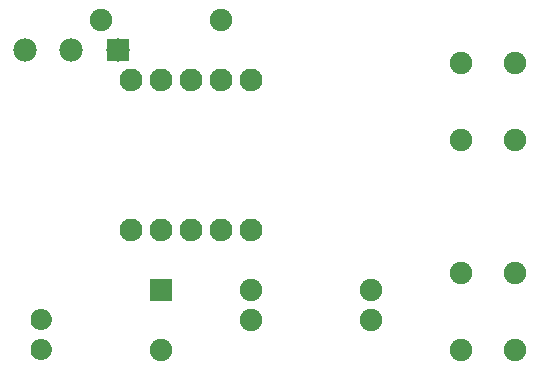
<source format=gtl>
G04 MADE WITH FRITZING*
G04 WWW.FRITZING.ORG*
G04 DOUBLE SIDED*
G04 HOLES PLATED*
G04 CONTOUR ON CENTER OF CONTOUR VECTOR*
%ASAXBY*%
%FSLAX23Y23*%
%MOIN*%
%OFA0B0*%
%SFA1.0B1.0*%
%ADD10C,0.078000*%
%ADD11C,0.075000*%
%ADD12C,0.070000*%
%ADD13C,0.076000*%
%ADD14R,0.078000X0.078000*%
%ADD15R,0.075000X0.075000*%
%ADD16R,0.001000X0.001000*%
%LNCOPPER1*%
G90*
G70*
G54D10*
X430Y1189D03*
X274Y1189D03*
X118Y1189D03*
G54D11*
X1574Y889D03*
X1574Y1145D03*
X1752Y889D03*
X1752Y1145D03*
X1574Y189D03*
X1574Y445D03*
X1752Y189D03*
X1752Y445D03*
X574Y389D03*
X574Y189D03*
G54D12*
X174Y289D03*
X174Y189D03*
G54D11*
X874Y389D03*
X1274Y389D03*
X874Y289D03*
X1274Y289D03*
X374Y1289D03*
X774Y1289D03*
G54D13*
X474Y589D03*
X574Y589D03*
X674Y589D03*
X774Y589D03*
X874Y589D03*
X474Y1089D03*
X574Y1089D03*
X674Y1089D03*
X774Y1089D03*
X874Y1089D03*
G54D14*
X430Y1189D03*
G54D15*
X574Y389D03*
G54D16*
X168Y325D02*
X180Y325D01*
X164Y324D02*
X184Y324D01*
X161Y323D02*
X186Y323D01*
X159Y322D02*
X189Y322D01*
X157Y321D02*
X191Y321D01*
X155Y320D02*
X192Y320D01*
X154Y319D02*
X194Y319D01*
X153Y318D02*
X195Y318D01*
X151Y317D02*
X196Y317D01*
X150Y316D02*
X198Y316D01*
X149Y315D02*
X199Y315D01*
X148Y314D02*
X199Y314D01*
X147Y313D02*
X200Y313D01*
X147Y312D02*
X201Y312D01*
X146Y311D02*
X202Y311D01*
X145Y310D02*
X202Y310D01*
X145Y309D02*
X203Y309D01*
X144Y308D02*
X204Y308D01*
X144Y307D02*
X204Y307D01*
X143Y306D02*
X205Y306D01*
X143Y305D02*
X168Y305D01*
X179Y305D02*
X205Y305D01*
X142Y304D02*
X166Y304D01*
X182Y304D02*
X206Y304D01*
X142Y303D02*
X165Y303D01*
X183Y303D02*
X206Y303D01*
X141Y302D02*
X164Y302D01*
X184Y302D02*
X206Y302D01*
X141Y301D02*
X162Y301D01*
X185Y301D02*
X207Y301D01*
X141Y300D02*
X162Y300D01*
X186Y300D02*
X207Y300D01*
X141Y299D02*
X161Y299D01*
X187Y299D02*
X207Y299D01*
X140Y298D02*
X160Y298D01*
X188Y298D02*
X207Y298D01*
X140Y297D02*
X160Y297D01*
X188Y297D02*
X208Y297D01*
X140Y296D02*
X159Y296D01*
X189Y296D02*
X208Y296D01*
X140Y295D02*
X159Y295D01*
X189Y295D02*
X208Y295D01*
X140Y294D02*
X159Y294D01*
X189Y294D02*
X208Y294D01*
X139Y293D02*
X159Y293D01*
X189Y293D02*
X208Y293D01*
X139Y292D02*
X158Y292D01*
X189Y292D02*
X208Y292D01*
X139Y291D02*
X158Y291D01*
X189Y291D02*
X208Y291D01*
X139Y290D02*
X158Y290D01*
X189Y290D02*
X208Y290D01*
X139Y289D02*
X158Y289D01*
X189Y289D02*
X208Y289D01*
X140Y288D02*
X159Y288D01*
X189Y288D02*
X208Y288D01*
X140Y287D02*
X159Y287D01*
X189Y287D02*
X208Y287D01*
X140Y286D02*
X159Y286D01*
X189Y286D02*
X208Y286D01*
X140Y285D02*
X159Y285D01*
X188Y285D02*
X208Y285D01*
X140Y284D02*
X160Y284D01*
X188Y284D02*
X208Y284D01*
X140Y283D02*
X160Y283D01*
X187Y283D02*
X207Y283D01*
X141Y282D02*
X161Y282D01*
X187Y282D02*
X207Y282D01*
X141Y281D02*
X162Y281D01*
X186Y281D02*
X207Y281D01*
X141Y280D02*
X163Y280D01*
X185Y280D02*
X206Y280D01*
X142Y279D02*
X164Y279D01*
X184Y279D02*
X206Y279D01*
X142Y278D02*
X165Y278D01*
X182Y278D02*
X206Y278D01*
X142Y277D02*
X167Y277D01*
X181Y277D02*
X205Y277D01*
X143Y276D02*
X170Y276D01*
X178Y276D02*
X205Y276D01*
X143Y275D02*
X204Y275D01*
X144Y274D02*
X204Y274D01*
X144Y273D02*
X203Y273D01*
X145Y272D02*
X203Y272D01*
X146Y271D02*
X202Y271D01*
X146Y270D02*
X201Y270D01*
X147Y269D02*
X201Y269D01*
X148Y268D02*
X200Y268D01*
X149Y267D02*
X199Y267D01*
X150Y266D02*
X198Y266D01*
X151Y265D02*
X197Y265D01*
X152Y264D02*
X196Y264D01*
X153Y263D02*
X195Y263D01*
X155Y262D02*
X193Y262D01*
X156Y261D02*
X191Y261D01*
X158Y260D02*
X190Y260D01*
X160Y259D02*
X188Y259D01*
X163Y258D02*
X185Y258D01*
X166Y257D02*
X182Y257D01*
X171Y256D02*
X177Y256D01*
X168Y225D02*
X180Y225D01*
X164Y224D02*
X184Y224D01*
X161Y223D02*
X186Y223D01*
X159Y222D02*
X189Y222D01*
X157Y221D02*
X191Y221D01*
X155Y220D02*
X192Y220D01*
X154Y219D02*
X194Y219D01*
X152Y218D02*
X195Y218D01*
X151Y217D02*
X196Y217D01*
X150Y216D02*
X198Y216D01*
X149Y215D02*
X199Y215D01*
X148Y214D02*
X199Y214D01*
X147Y213D02*
X200Y213D01*
X147Y212D02*
X201Y212D01*
X146Y211D02*
X202Y211D01*
X145Y210D02*
X202Y210D01*
X145Y209D02*
X203Y209D01*
X144Y208D02*
X204Y208D01*
X144Y207D02*
X204Y207D01*
X143Y206D02*
X205Y206D01*
X143Y205D02*
X168Y205D01*
X180Y205D02*
X205Y205D01*
X142Y204D02*
X166Y204D01*
X182Y204D02*
X206Y204D01*
X142Y203D02*
X165Y203D01*
X183Y203D02*
X206Y203D01*
X141Y202D02*
X163Y202D01*
X184Y202D02*
X206Y202D01*
X141Y201D02*
X162Y201D01*
X185Y201D02*
X207Y201D01*
X141Y200D02*
X162Y200D01*
X186Y200D02*
X207Y200D01*
X141Y199D02*
X161Y199D01*
X187Y199D02*
X207Y199D01*
X140Y198D02*
X160Y198D01*
X188Y198D02*
X207Y198D01*
X140Y197D02*
X160Y197D01*
X188Y197D02*
X208Y197D01*
X140Y196D02*
X159Y196D01*
X189Y196D02*
X208Y196D01*
X140Y195D02*
X159Y195D01*
X189Y195D02*
X208Y195D01*
X140Y194D02*
X159Y194D01*
X189Y194D02*
X208Y194D01*
X139Y193D02*
X159Y193D01*
X189Y193D02*
X208Y193D01*
X139Y192D02*
X158Y192D01*
X189Y192D02*
X208Y192D01*
X139Y191D02*
X158Y191D01*
X189Y191D02*
X208Y191D01*
X139Y190D02*
X158Y190D01*
X189Y190D02*
X208Y190D01*
X139Y189D02*
X158Y189D01*
X189Y189D02*
X208Y189D01*
X140Y188D02*
X159Y188D01*
X189Y188D02*
X208Y188D01*
X140Y187D02*
X159Y187D01*
X189Y187D02*
X208Y187D01*
X140Y186D02*
X159Y186D01*
X189Y186D02*
X208Y186D01*
X140Y185D02*
X159Y185D01*
X188Y185D02*
X208Y185D01*
X140Y184D02*
X160Y184D01*
X188Y184D02*
X208Y184D01*
X140Y183D02*
X160Y183D01*
X187Y183D02*
X207Y183D01*
X141Y182D02*
X161Y182D01*
X187Y182D02*
X207Y182D01*
X141Y181D02*
X162Y181D01*
X186Y181D02*
X207Y181D01*
X141Y180D02*
X163Y180D01*
X185Y180D02*
X206Y180D01*
X142Y179D02*
X164Y179D01*
X184Y179D02*
X206Y179D01*
X142Y178D02*
X165Y178D01*
X182Y178D02*
X206Y178D01*
X142Y177D02*
X167Y177D01*
X181Y177D02*
X205Y177D01*
X143Y176D02*
X171Y176D01*
X177Y176D02*
X205Y176D01*
X143Y175D02*
X204Y175D01*
X144Y174D02*
X204Y174D01*
X144Y173D02*
X203Y173D01*
X145Y172D02*
X203Y172D01*
X146Y171D02*
X202Y171D01*
X146Y170D02*
X201Y170D01*
X147Y169D02*
X201Y169D01*
X148Y168D02*
X200Y168D01*
X149Y167D02*
X199Y167D01*
X150Y166D02*
X198Y166D01*
X151Y165D02*
X197Y165D01*
X152Y164D02*
X196Y164D01*
X153Y163D02*
X194Y163D01*
X155Y162D02*
X193Y162D01*
X156Y161D02*
X191Y161D01*
X158Y160D02*
X190Y160D01*
X160Y159D02*
X187Y159D01*
X163Y158D02*
X185Y158D01*
X166Y157D02*
X182Y157D01*
X171Y156D02*
X176Y156D01*
D02*
G04 End of Copper1*
M02*
</source>
